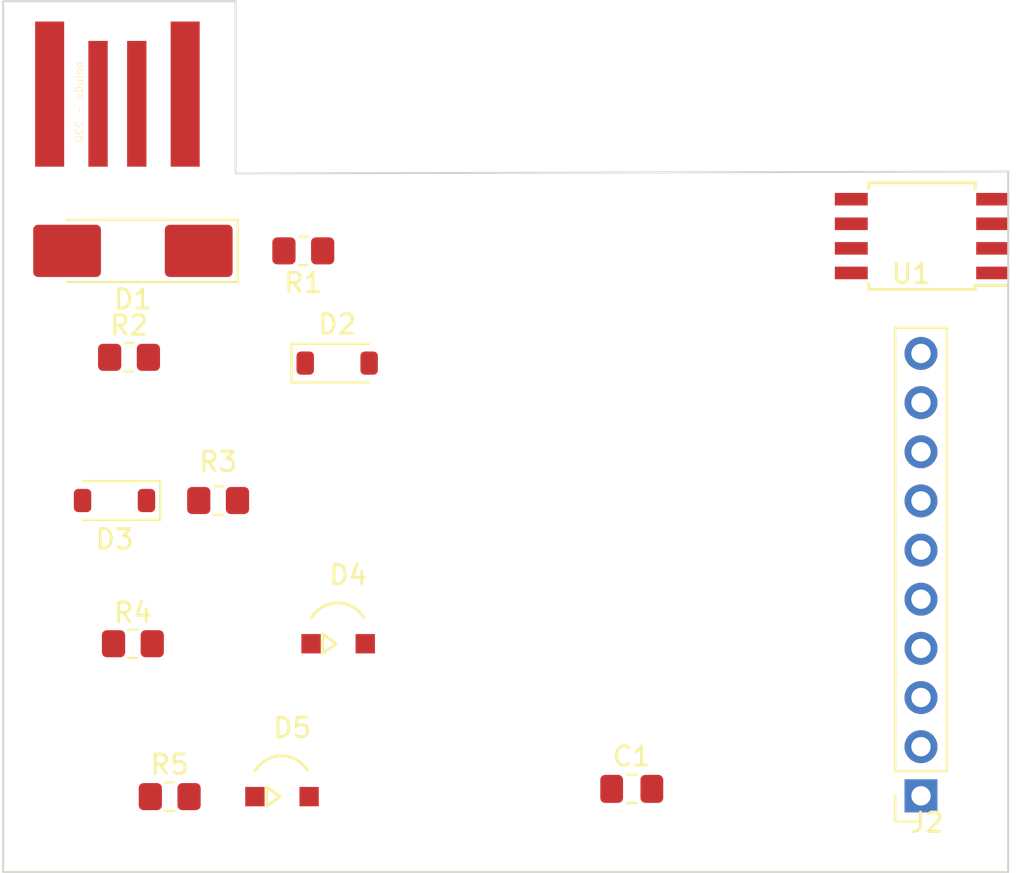
<source format=kicad_pcb>
(kicad_pcb (version 20240108) (generator "pcbnew") (generator_version "8.0")
  (layers (0 "F.Cu" signal) (31 "B.Cu" signal) (34 "B.Paste" user) (35 "F.Paste" user) (36 "B.SilkS" user "B.Silkscreen") (37 "F.SilkS" user "F.Silkscreen") (38 "B.Mask" user) (39 "F.Mask" user) (44 "Edge.Cuts" user))
  (net 0 "")
  (net 1 "GND")
  (net 2 "Net-(D1-A)")
  (net 3 "+5V")
  (net 4 "Net-(D2-K)")
  (net 5 "Net-(D3-K)")
  (net 6 "Net-(D4-A)")
  (net 7 "Net-(D4-K)")
  (net 8 "Net-(D5-K)")
  (net 9 "Net-(J2-Pin_9)")
  (net 11 "Net-(J2-Pin_4)")
  (net 12 "Net-(J2-Pin_8)")
  (net 13 "Net-(J2-Pin_6)")
  (net 14 "Net-(J2-Pin_7)")
  (footprint "ledSmd:ledSMD" (layer "F.Cu") (at 235.8 84.2)
    (property "Reference" "D4" (at 0.125 -3.55 0) (layer "F.SilkS"))
    (property "Value" "Led green")
    (fp_line (start -1.2 0.5) (end -1.2 -0.5) (stroke (width 0.15)) (layer "F.SilkS"))
    (fp_line (start -1.15 -0.475) (end -0.5 0) (stroke (width 0.15)) (layer "F.SilkS"))
    (fp_line (start -0.5 0) (end -1.2 0.5) (stroke (width 0.15)) (layer "F.SilkS"))
    (fp_arc (start -1.786089 -1.331572) (mid -0.435753 -2.107089) (end 0.924999 -1.349999) (stroke (width 0.15)) (layer "F.SilkS"))
    (pad "1" smd rect (at -1.8 0) (size 1 1) (layers "F.Cu" "F.Paste" "F.Mask") (net 7 "Net-(D4-K)"))
    (pad "2" smd rect (at 1 0) (size 1 1) (layers "F.Cu" "F.Paste" "F.Mask") (net 6 "Net-(D4-A)"))
  )
  (footprint "ledSmd:ledSMD" (layer "F.Cu") (at 232.9 92.1)
    (property "Reference" "D5" (at 0.125 -3.55 0) (layer "F.SilkS"))
    (property "Value" "Led red")
    (fp_line (start -1.2 0.5) (end -1.2 -0.5) (stroke (width 0.15)) (layer "F.SilkS"))
    (fp_line (start -1.15 -0.475) (end -0.5 0) (stroke (width 0.15)) (layer "F.SilkS"))
    (fp_line (start -0.5 0) (end -1.2 0.5) (stroke (width 0.15)) (layer "F.SilkS"))
    (fp_arc (start -1.786089 -1.331572) (mid -0.435753 -2.107089) (end 0.924999 -1.349999) (stroke (width 0.15)) (layer "F.SilkS"))
    (pad "1" smd rect (at -1.8 0) (size 1 1) (layers "F.Cu" "F.Paste" "F.Mask") (net 8 "Net-(D5-K)"))
    (pad "2" smd rect (at 1 0) (size 1 1) (layers "F.Cu" "F.Paste" "F.Mask") (net 3 "+5V"))
  )
  (footprint "Package_SO:SOIC-8W_5.3x5.3mm_P1.27mm" (layer "F.Cu") (at 265.55 63.135 180)
    (property "Reference" "U1" (at 0.55 -1.945 360) (layer "F.SilkS"))
    (property "Value" "ATtiny85-20S")
    (fp_line (start 2.75 2.755) (end 2.75 2.455) (stroke (width 0.15)) (layer "F.SilkS"))
    (fp_line (start 2.75 -2.755) (end 2.75 -2.455) (stroke (width 0.15)) (layer "F.SilkS"))
    (fp_line (start -2.75 2.755) (end 2.75 2.755) (stroke (width 0.15)) (layer "F.SilkS"))
    (fp_line (start -2.75 2.755) (end -2.75 2.455) (stroke (width 0.15)) (layer "F.SilkS"))
    (fp_line (start -2.75 -2.55) (end -4.5 -2.55) (stroke (width 0.15)) (layer "F.SilkS"))
    (fp_line (start -2.75 -2.755) (end 2.75 -2.755) (stroke (width 0.15)) (layer "F.SilkS"))
    (fp_line (start -2.75 -2.755) (end -2.75 -2.55) (stroke (width 0.15)) (layer "F.SilkS"))
    (pad "1" smd rect (at -3.65 -1.905 180) (size 1.7 0.65) (layers "F.Cu" "F.Paste" "F.Mask") (net 9 "Net-(J2-Pin_9)"))
    (pad "2" smd rect (at -3.65 -0.635 180) (size 1.7 0.65) (layers "F.Cu" "F.Paste" "F.Mask") (net 14 "Net-(J2-Pin_7)"))
    (pad "3" smd rect (at -3.65 0.635 180) (size 1.7 0.65) (layers "F.Cu" "F.Paste" "F.Mask") (net 12 "Net-(J2-Pin_8)"))
    (pad "4" smd rect (at -3.65 1.905 180) (size 1.7 0.65) (layers "F.Cu" "F.Paste" "F.Mask") (net 1 "GND"))
    (pad "5" smd rect (at 3.65 1.905 180) (size 1.7 0.65) (layers "F.Cu" "F.Paste" "F.Mask") (net 11 "Net-(J2-Pin_4)"))
    (pad "6" smd rect (at 3.65 0.635 180) (size 1.7 0.65) (layers "F.Cu" "F.Paste" "F.Mask") (net 6 "Net-(D4-A)"))
    (pad "7" smd rect (at 3.65 -0.635 180) (size 1.7 0.65) (layers "F.Cu" "F.Paste" "F.Mask") (net 13 "Net-(J2-Pin_6)"))
    (pad "8" smd rect (at 3.65 -1.905 180) (size 1.7 0.65) (layers "F.Cu" "F.Paste" "F.Mask") (net 3 "+5V"))
  )
  (footprint "Diode_SMD:D_SOD-123" (layer "F.Cu") (at 223.85 76.8 180)
    (property "Reference" "D3" (at 0 -2 360) (layer "F.SilkS"))
    (property "Value" "3.6V 1/2mW")
    (fp_line (start -2.36 1) (end 1.65 1) (stroke (width 0.12)) (layer "F.SilkS"))
    (fp_line (start -2.36 -1) (end 1.65 -1) (stroke (width 0.12)) (layer "F.SilkS"))
    (fp_line (start -2.36 -1) (end -2.36 1) (stroke (width 0.12)) (layer "F.SilkS"))
    (pad "1" smd roundrect (at -1.65 0 180) (size 0.9 1.2) (layers "F.Cu" "F.Paste" "F.Mask") (net 5 "Net-(D3-K)"))
    (pad "2" smd roundrect (at 1.65 0 180) (size 0.9 1.2) (layers "F.Cu" "F.Paste" "F.Mask") (net 1 "GND"))
  )
  (footprint "Connector_PinSocket_2.54mm:PinSocket_1x10_P2.54mm_Vertical" (layer "F.Cu") (at 265.5 92.06 180)
    (property "Reference" "J2" (at -0.3 -1.38 360) (layer "F.SilkS"))
    (property "Value" "HEADER")
    (fp_line (start 1.33 1.27) (end 1.33 24.19) (stroke (width 0.12)) (layer "F.SilkS"))
    (fp_line (start 1.33 -1.33) (end 1.33 0) (stroke (width 0.12)) (layer "F.SilkS"))
    (fp_line (start 0 -1.33) (end 1.33 -1.33) (stroke (width 0.12)) (layer "F.SilkS"))
    (fp_line (start -1.33 24.19) (end 1.33 24.19) (stroke (width 0.12)) (layer "F.SilkS"))
    (fp_line (start -1.33 1.27) (end 1.33 1.27) (stroke (width 0.12)) (layer "F.SilkS"))
    (fp_line (start -1.33 1.27) (end -1.33 24.19) (stroke (width 0.12)) (layer "F.SilkS"))
    (pad "1" thru_hole rect (at 0 0 180) (size 1.7 1.7) (drill 1) (layers "*.Cu" "*.Mask") (net 3 "+5V"))
    (pad "2" thru_hole oval (at 0 2.54 180) (size 1.7 1.7) (drill 1) (layers "*.Cu" "*.Mask") (net 1 "GND"))
    (pad "3" thru_hole oval (at 0 5.08 180) (size 1.7 1.7) (drill 1) (layers "*.Cu" "*.Mask"))
    (pad "4" thru_hole oval (at 0 7.62 180) (size 1.7 1.7) (drill 1) (layers "*.Cu" "*.Mask") (net 11 "Net-(J2-Pin_4)"))
    (pad "5" thru_hole oval (at 0 10.16 180) (size 1.7 1.7) (drill 1) (layers "*.Cu" "*.Mask") (net 6 "Net-(D4-A)"))
    (pad "6" thru_hole oval (at 0 12.7 180) (size 1.7 1.7) (drill 1) (layers "*.Cu" "*.Mask") (net 13 "Net-(J2-Pin_6)"))
    (pad "7" thru_hole oval (at 0 15.24 180) (size 1.7 1.7) (drill 1) (layers "*.Cu" "*.Mask") (net 14 "Net-(J2-Pin_7)"))
    (pad "8" thru_hole oval (at 0 17.78 180) (size 1.7 1.7) (drill 1) (layers "*.Cu" "*.Mask") (net 12 "Net-(J2-Pin_8)"))
    (pad "9" thru_hole oval (at 0 20.32 180) (size 1.7 1.7) (drill 1) (layers "*.Cu" "*.Mask") (net 9 "Net-(J2-Pin_9)"))
    (pad "10" thru_hole oval (at 0 22.86 180) (size 1.7 1.7) (drill 1) (layers "*.Cu" "*.Mask"))
  )
  (footprint "Capacitor_SMD:C_0805_2012Metric_Pad1.18x1.45mm_HandSolder" (layer "F.Cu") (at 250.5625 91.7)
    (property "Reference" "C1" (at 0 -1.68 0) (layer "F.SilkS"))
    (property "Value" "0.1 u")
    (fp_line (start -0.261252 -0.735) (end 0.261252 -0.735) (stroke (width 0.12)) (layer "F.SilkS"))
    (fp_line (start -0.261252 0.735) (end 0.261252 0.735) (stroke (width 0.12)) (layer "F.SilkS"))
    (pad "1" smd roundrect (at -1.0375 0) (size 1.175 1.45) (layers "F.Cu" "F.Paste" "F.Mask") (roundrect_rratio 0.212766) (net 3 "+5V"))
    (pad "2" smd roundrect (at 1.0375 0) (size 1.175 1.45) (layers "F.Cu" "F.Paste" "F.Mask") (roundrect_rratio 0.212766) (net 1 "GND"))
  )
  (footprint "Resistor_SMD:R_0805_2012Metric_Pad1.20x1.40mm_HandSolder" (layer "F.Cu") (at 226.7 92.1)
    (property "Reference" "R5" (at 0 -1.65 0) (layer "F.SilkS"))
    (property "Value" "330 Ω 5% 1/8W")
    (fp_line (start -0.227064 -0.735) (end 0.227064 -0.735) (stroke (width 0.12)) (layer "F.SilkS"))
    (fp_line (start -0.227064 0.735) (end 0.227064 0.735) (stroke (width 0.12)) (layer "F.SilkS"))
    (pad "1" smd roundrect (at -1 0) (size 1.2 1.4) (layers "F.Cu" "F.Paste" "F.Mask") (roundrect_rratio 0.208333) (net 1 "GND"))
    (pad "2" smd roundrect (at 1 0) (size 1.2 1.4) (layers "F.Cu" "F.Paste" "F.Mask") (roundrect_rratio 0.208333) (net 8 "Net-(D5-K)"))
  )
  (footprint "embeddedPcbUsb:USB_A_UCC" (layer "F.Cu") (at 224 56 -90)
    (property "Reference" "J1" (hide yes))
    (property "Value" "pcb USB type A" (hide yes))
    (fp_text user "UCC - uDuino" (at -1.9 2.2 90) (layer "F.SilkS") (effects (font (size 0.38608 0.38608) (thickness 0.032512)) (justify right top)))
    (pad "1" smd rect (at -0.2 3.5 270) (size 7.5 1.5) (layers "F.Cu" "F.Paste" "F.Mask") (net 2 "Net-(D1-A)"))
    (pad "2" smd rect (at 0.3 1 270) (size 6.5 1) (layers "F.Cu" "F.Paste" "F.Mask") (net 4 "Net-(D2-K)"))
    (pad "3" smd rect (at 0.3 -1 270) (size 6.5 1) (layers "F.Cu" "F.Paste" "F.Mask") (net 5 "Net-(D3-K)"))
    (pad "4" smd rect (at -0.2 -3.5 270) (size 7.5 1.5) (layers "F.Cu" "F.Paste" "F.Mask") (net 1 "GND"))
  )
  (footprint "Resistor_SMD:R_0805_2012Metric_Pad1.20x1.40mm_HandSolder" (layer "F.Cu") (at 224.8 84.2)
    (property "Reference" "R4" (at 0 -1.6 0) (layer "F.SilkS"))
    (property "Value" "330 Ω 5% 1/8W")
    (fp_line (start -0.227064 -0.735) (end 0.227064 -0.735) (stroke (width 0.12)) (layer "F.SilkS"))
    (fp_line (start -0.227064 0.735) (end 0.227064 0.735) (stroke (width 0.12)) (layer "F.SilkS"))
    (pad "1" smd roundrect (at -1 0) (size 1.2 1.4) (layers "F.Cu" "F.Paste" "F.Mask") (roundrect_rratio 0.208333) (net 7 "Net-(D4-K)"))
    (pad "2" smd roundrect (at 1 0) (size 1.2 1.4) (layers "F.Cu" "F.Paste" "F.Mask") (roundrect_rratio 0.208333) (net 1 "GND"))
  )
  (footprint "Diode_SMD:D_MELF_Handsoldering" (layer "F.Cu") (at 224.8 63.9 180)
    (property "Reference" "D1" (at 0 -2.5 360) (layer "F.SilkS"))
    (property "Value" "PMLL414BL")
    (fp_line (start 3.4 -1.61) (end -5.41 -1.61) (stroke (width 0.12)) (layer "F.SilkS"))
    (fp_line (start -5.41 1.61) (end 3.4 1.61) (stroke (width 0.12)) (layer "F.SilkS"))
    (fp_line (start -5.41 -1.61) (end -5.41 1.61) (stroke (width 0.12)) (layer "F.SilkS"))
    (pad "1" smd roundrect (at -3.4 0 180) (size 3.5 2.7) (layers "F.Cu" "F.Paste" "F.Mask") (roundrect_rratio 0.0925925926) (net 3 "+5V"))
    (pad "2" smd roundrect (at 3.4 0 180) (size 3.5 2.7) (layers "F.Cu" "F.Paste" "F.Mask") (roundrect_rratio 0.0925925926) (net 2 "Net-(D1-A)"))
  )
  (footprint "Resistor_SMD:R_0805_2012Metric_Pad1.20x1.40mm_HandSolder" (layer "F.Cu") (at 224.6 69.4)
    (property "Reference" "R2" (at 0 -1.65 360) (layer "F.SilkS"))
    (property "Value" "68 Ω 5% 1/8W")
    (fp_line (start -0.227064 -0.735) (end 0.227064 -0.735) (stroke (width 0.12)) (layer "F.SilkS"))
    (fp_line (start -0.227064 0.735) (end 0.227064 0.735) (stroke (width 0.12)) (layer "F.SilkS"))
    (pad "1" smd roundrect (at -1 0) (size 1.2 1.4) (layers "F.Cu" "F.Paste" "F.Mask") (roundrect_rratio 0.208333) (net 4 "Net-(D2-K)"))
    (pad "2" smd roundrect (at 1 0) (size 1.2 1.4) (layers "F.Cu" "F.Paste" "F.Mask") (roundrect_rratio 0.208333) (net 14 "Net-(J2-Pin_7)"))
  )
  (footprint "Diode_SMD:D_SOD-123" (layer "F.Cu") (at 235.35 69.7)
    (property "Reference" "D2" (at 0 -2 360) (layer "F.SilkS"))
    (property "Value" "3.6V 1/2mW")
    (fp_line (start -2.36 -1) (end -2.36 1) (stroke (width 0.12)) (layer "F.SilkS"))
    (fp_line (start -2.36 -1) (end 1.65 -1) (stroke (width 0.12)) (layer "F.SilkS"))
    (fp_line (start -2.36 1) (end 1.65 1) (stroke (width 0.12)) (layer "F.SilkS"))
    (pad "1" smd roundrect (at -1.65 0) (size 0.9 1.2) (layers "F.Cu" "F.Paste" "F.Mask") (net 4 "Net-(D2-K)"))
    (pad "2" smd roundrect (at 1.65 0) (size 0.9 1.2) (layers "F.Cu" "F.Paste" "F.Mask") (net 1 "GND"))
  )
  (footprint "Resistor_SMD:R_0805_2012Metric_Pad1.20x1.40mm_HandSolder" (layer "F.Cu") (at 233.6 63.9 180)
    (property "Reference" "R1" (at 0 -1.65 360) (layer "F.SilkS"))
    (property "Value" "1.5KΩ 5% 1/8W")
    (fp_line (start -0.227064 0.735) (end 0.227064 0.735) (stroke (width 0.12)) (layer "F.SilkS"))
    (fp_line (start -0.227064 -0.735) (end 0.227064 -0.735) (stroke (width 0.12)) (layer "F.SilkS"))
    (pad "1" smd roundrect (at -1 0 180) (size 1.2 1.4) (layers "F.Cu" "F.Paste" "F.Mask") (roundrect_rratio 0.208333) (net 3 "+5V"))
    (pad "2" smd roundrect (at 1 0 180) (size 1.2 1.4) (layers "F.Cu" "F.Paste" "F.Mask") (roundrect_rratio 0.208333) (net 4 "Net-(D2-K)"))
  )
  (footprint "Resistor_SMD:R_0805_2012Metric_Pad1.20x1.40mm_HandSolder" (layer "F.Cu") (at 229.2 76.8)
    (property "Reference" "R3" (at 0 -2 360) (layer "F.SilkS"))
    (property "Value" "68 Ω 5% 1/8W")
    (fp_line (start -0.227064 -0.735) (end 0.227064 -0.735) (stroke (width 0.12)) (layer "F.SilkS"))
    (fp_line (start -0.227064 0.735) (end 0.227064 0.735) (stroke (width 0.12)) (layer "F.SilkS"))
    (pad "1" smd roundrect (at -1 0) (size 1.2 1.4) (layers "F.Cu" "F.Paste" "F.Mask") (roundrect_rratio 0.208333) (net 5 "Net-(D3-K)"))
    (pad "2" smd roundrect (at 1 0) (size 1.2 1.4) (layers "F.Cu" "F.Paste" "F.Mask") (roundrect_rratio 0.208333) (net 12 "Net-(J2-Pin_8)"))
  )
  (gr_poly (pts (xy 230.1 59.9) (xy 230.1 51) (xy 218.1 51) (xy 218.1 96) (xy 270 96) (xy 270 59.8)) (stroke (width 0.1)) (fill none) (layer "Edge.Cuts"))
)
</source>
